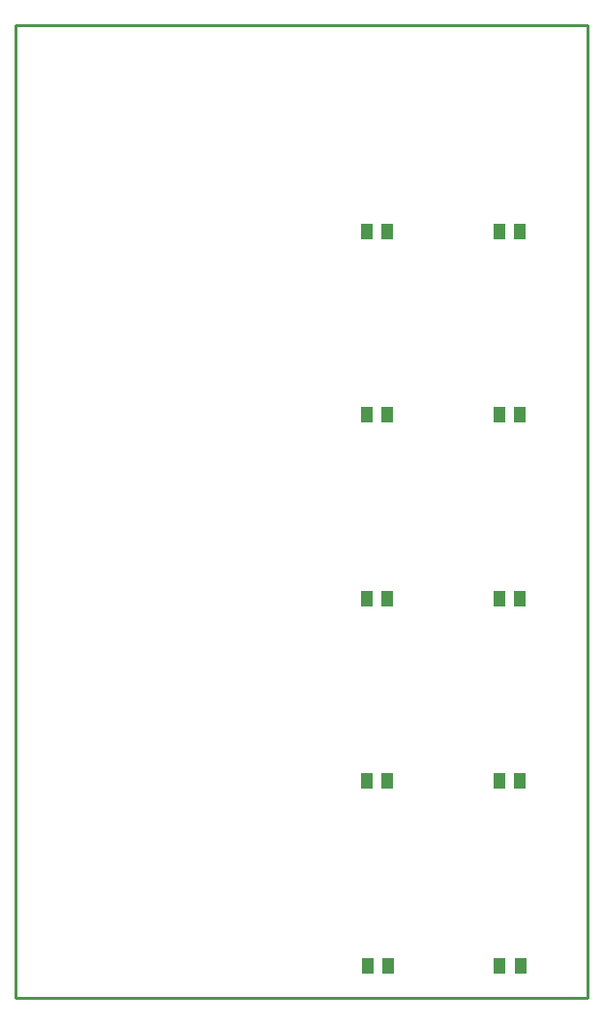
<source format=gtp>
G04*
G04 #@! TF.GenerationSoftware,Altium Limited,Altium Designer,19.1.8 (144)*
G04*
G04 Layer_Color=8421504*
%FSLAX25Y25*%
%MOIN*%
G70*
G01*
G75*
%ADD10C,0.01000*%
G04:AMPARAMS|DCode=14|XSize=55mil|YSize=43mil|CornerRadius=7.96mil|HoleSize=0mil|Usage=FLASHONLY|Rotation=270.000|XOffset=0mil|YOffset=0mil|HoleType=Round|Shape=RoundedRectangle|*
%AMROUNDEDRECTD14*
21,1,0.05500,0.02709,0,0,270.0*
21,1,0.03909,0.04300,0,0,270.0*
1,1,0.01591,-0.01355,-0.01955*
1,1,0.01591,-0.01355,0.01955*
1,1,0.01591,0.01355,0.01955*
1,1,0.01591,0.01355,-0.01955*
%
%ADD14ROUNDEDRECTD14*%
D10*
X393701Y393701D02*
Y728346D01*
X590551D01*
Y393701D02*
Y728346D01*
X393701Y393701D02*
X590551D01*
D14*
X514560Y657480D02*
D03*
X521660D02*
D03*
X522054Y404724D02*
D03*
X514954D02*
D03*
X560236Y657480D02*
D03*
X567336D02*
D03*
X560236Y594488D02*
D03*
X567336D02*
D03*
X560236Y531103D02*
D03*
X567336D02*
D03*
X560236Y468504D02*
D03*
X567336D02*
D03*
X560321Y404724D02*
D03*
X567421D02*
D03*
X514560Y468504D02*
D03*
X521660D02*
D03*
X514560Y594488D02*
D03*
X521660D02*
D03*
X514560Y531103D02*
D03*
X521660D02*
D03*
M02*

</source>
